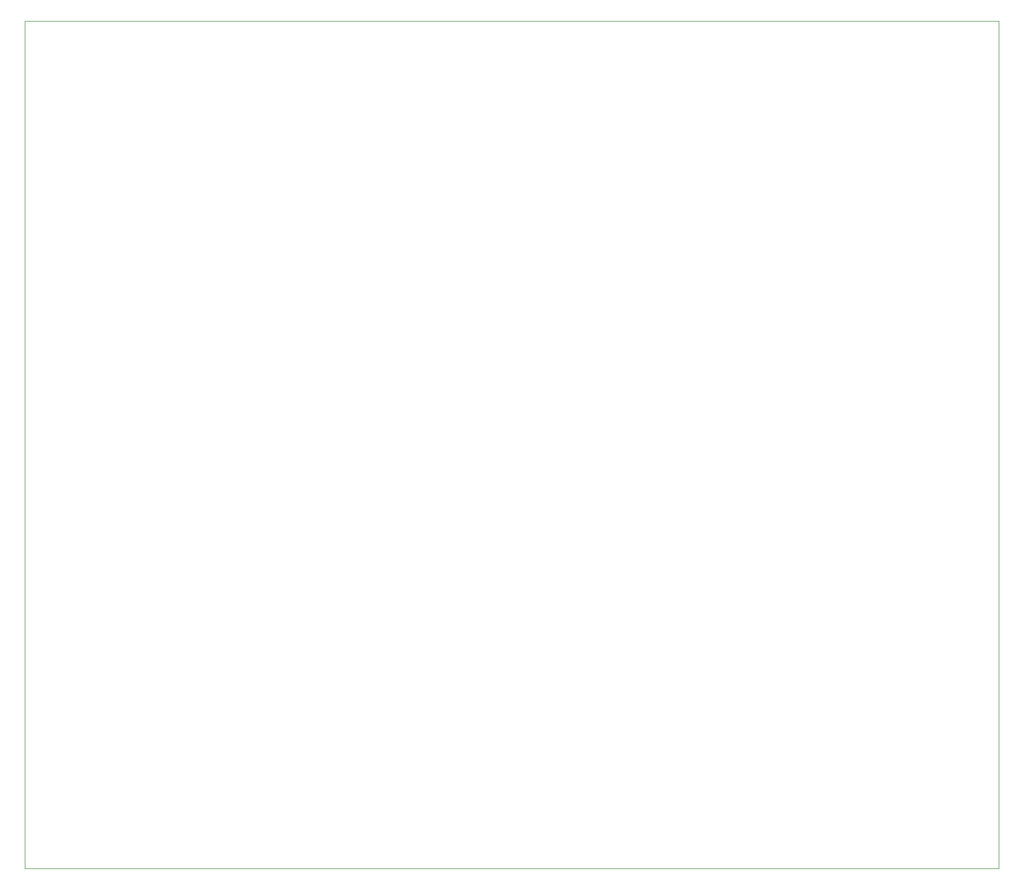
<source format=gm1>
G04 #@! TF.GenerationSoftware,KiCad,Pcbnew,8.0.2-8.0.2-0~ubuntu24.04.1*
G04 #@! TF.CreationDate,2024-04-29T20:29:20+02:00*
G04 #@! TF.ProjectId,astrobox_control,61737472-6f62-46f7-985f-636f6e74726f,1*
G04 #@! TF.SameCoordinates,Original*
G04 #@! TF.FileFunction,Profile,NP*
%FSLAX46Y46*%
G04 Gerber Fmt 4.6, Leading zero omitted, Abs format (unit mm)*
G04 Created by KiCad (PCBNEW 8.0.2-8.0.2-0~ubuntu24.04.1) date 2024-04-29 20:29:20*
%MOMM*%
%LPD*%
G01*
G04 APERTURE LIST*
G04 #@! TA.AperFunction,Profile*
%ADD10C,0.100000*%
G04 #@! TD*
G04 APERTURE END LIST*
D10*
X17000000Y-15000000D02*
X170000000Y-15000000D01*
X170000000Y-148000000D01*
X17000000Y-148000000D01*
X17000000Y-15000000D01*
M02*

</source>
